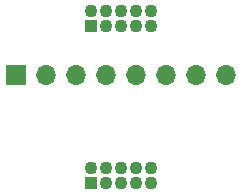
<source format=gbr>
%TF.GenerationSoftware,KiCad,Pcbnew,(5.1.8)-1*%
%TF.CreationDate,2021-09-16T00:57:33-04:00*%
%TF.ProjectId,Camera,43616d65-7261-42e6-9b69-6361645f7063,rev?*%
%TF.SameCoordinates,Original*%
%TF.FileFunction,Soldermask,Bot*%
%TF.FilePolarity,Negative*%
%FSLAX46Y46*%
G04 Gerber Fmt 4.6, Leading zero omitted, Abs format (unit mm)*
G04 Created by KiCad (PCBNEW (5.1.8)-1) date 2021-09-16 00:57:33*
%MOMM*%
%LPD*%
G01*
G04 APERTURE LIST*
%ADD10C,1.100000*%
%ADD11R,1.100000X1.100000*%
%ADD12O,1.700000X1.700000*%
%ADD13R,1.700000X1.700000*%
G04 APERTURE END LIST*
D10*
%TO.C,J2*%
X154540000Y-81915000D03*
X154540000Y-83185000D03*
X153270000Y-81915000D03*
X153270000Y-83185000D03*
X152000000Y-81915000D03*
X152000000Y-83185000D03*
X150730000Y-81915000D03*
X150730000Y-83185000D03*
X149460000Y-81915000D03*
D11*
X149460000Y-83185000D03*
%TD*%
D10*
%TO.C,J1*%
X154540000Y-95164920D03*
X154540000Y-96434920D03*
X153270000Y-95164920D03*
X153270000Y-96434920D03*
X152000000Y-95164920D03*
X152000000Y-96434920D03*
X150730000Y-95164920D03*
X150730000Y-96434920D03*
X149460000Y-95164920D03*
D11*
X149460000Y-96434920D03*
%TD*%
D12*
%TO.C,U1*%
X160905000Y-87260000D03*
X158365000Y-87260000D03*
X155825000Y-87260000D03*
X153285000Y-87260000D03*
X150745000Y-87260000D03*
X148205000Y-87260000D03*
X145665000Y-87260000D03*
D13*
X143125000Y-87260000D03*
%TD*%
M02*

</source>
